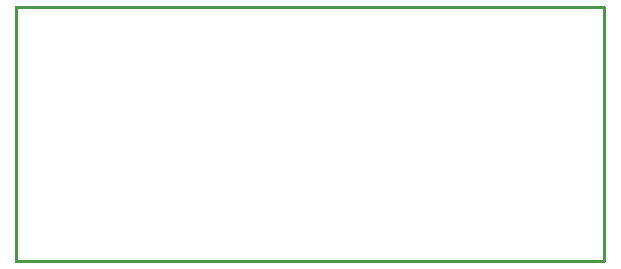
<source format=gko>
G04*
G04 #@! TF.GenerationSoftware,Altium Limited,Altium Designer,19.0.15 (446)*
G04*
G04 Layer_Color=16711935*
%FSLAX23Y23*%
%MOIN*%
G70*
G01*
G75*
%ADD14C,0.005*%
%ADD45C,0.010*%
D14*
X4513Y4050D02*
G03*
X4510Y4053I-3J0D01*
G01*
X4513Y4050D02*
G03*
X4510Y4053I-3J0D01*
G01*
Y3202D02*
G03*
X4513Y3205I0J3D01*
G01*
X4510Y3202D02*
G03*
X4513Y3205I0J3D01*
G01*
X2550Y4053D02*
G03*
X2547Y4050I0J-3D01*
G01*
X2550Y4053D02*
G03*
X2547Y4050I0J-3D01*
G01*
Y3205D02*
G03*
X2550Y3202I3J0D01*
G01*
X2547Y3205D02*
G03*
X2550Y3202I3J0D01*
G01*
X4513Y3205D02*
Y4050D01*
X2550Y4053D02*
X4510D01*
X2550Y3202D02*
X4510D01*
X2547Y3205D02*
Y4050D01*
D45*
X2550Y3205D02*
Y4050D01*
Y3205D02*
X4510D01*
Y3225D01*
Y4050D01*
X2550D02*
X4510D01*
M02*

</source>
